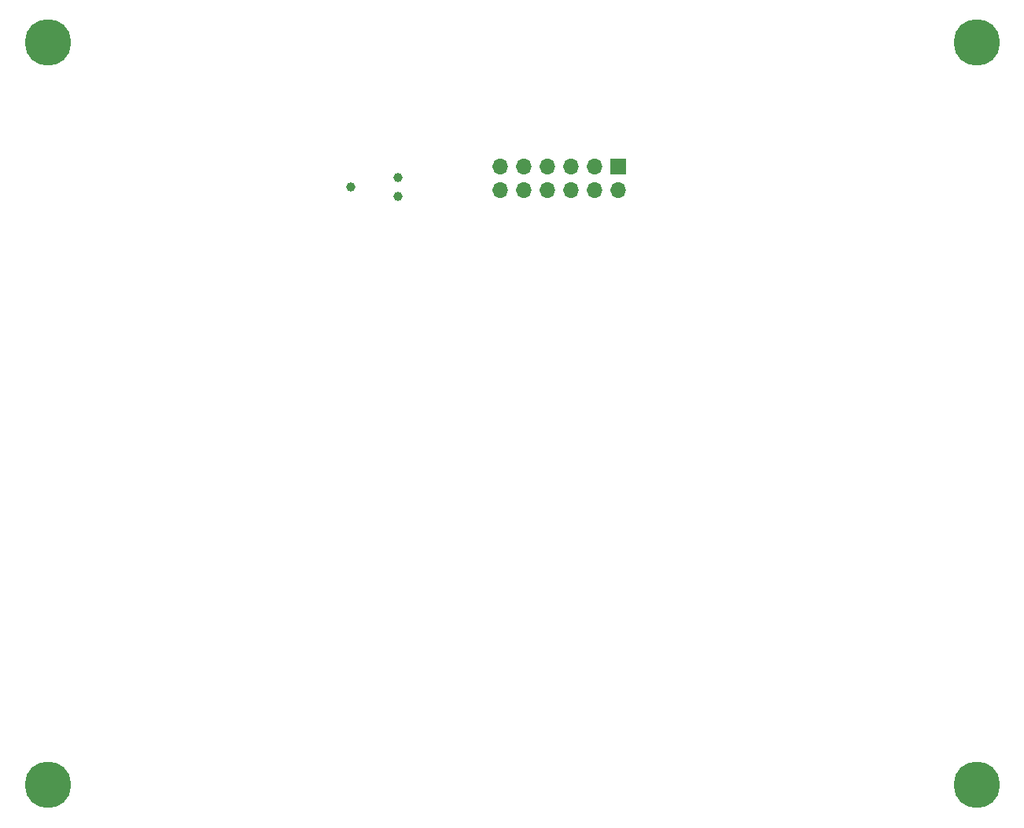
<source format=gbr>
%TF.GenerationSoftware,KiCad,Pcbnew,8.0.2*%
%TF.CreationDate,2024-11-12T22:12:37-05:00*%
%TF.ProjectId,Ecardz-Proto,45636172-647a-42d5-9072-6f746f2e6b69,rev?*%
%TF.SameCoordinates,Original*%
%TF.FileFunction,Soldermask,Bot*%
%TF.FilePolarity,Negative*%
%FSLAX46Y46*%
G04 Gerber Fmt 4.6, Leading zero omitted, Abs format (unit mm)*
G04 Created by KiCad (PCBNEW 8.0.2) date 2024-11-12 22:12:37*
%MOMM*%
%LPD*%
G01*
G04 APERTURE LIST*
%ADD10C,2.900000*%
%ADD11C,5.000000*%
%ADD12R,1.700000X1.700000*%
%ADD13O,1.700000X1.700000*%
%ADD14C,0.990600*%
G04 APERTURE END LIST*
D10*
%TO.C,H2*%
X50000000Y-130000000D03*
D11*
X50000000Y-130000000D03*
%TD*%
D10*
%TO.C,H3*%
X150000000Y-50000000D03*
D11*
X150000000Y-50000000D03*
%TD*%
D12*
%TO.C,J1*%
X111400000Y-63360000D03*
D13*
X111400000Y-65900000D03*
X108860000Y-63360000D03*
X108860000Y-65900000D03*
X106320000Y-63360000D03*
X106320000Y-65900000D03*
X103780000Y-63360000D03*
X103780000Y-65900000D03*
X101240000Y-63360000D03*
X101240000Y-65900000D03*
X98700000Y-63360000D03*
X98700000Y-65900000D03*
%TD*%
D10*
%TO.C,H1*%
X50000000Y-50000000D03*
D11*
X50000000Y-50000000D03*
%TD*%
D14*
%TO.C,J3*%
X82660000Y-65535000D03*
X87740000Y-64519000D03*
X87740000Y-66551000D03*
%TD*%
D10*
%TO.C,H4*%
X150000000Y-130000000D03*
D11*
X150000000Y-130000000D03*
%TD*%
M02*

</source>
